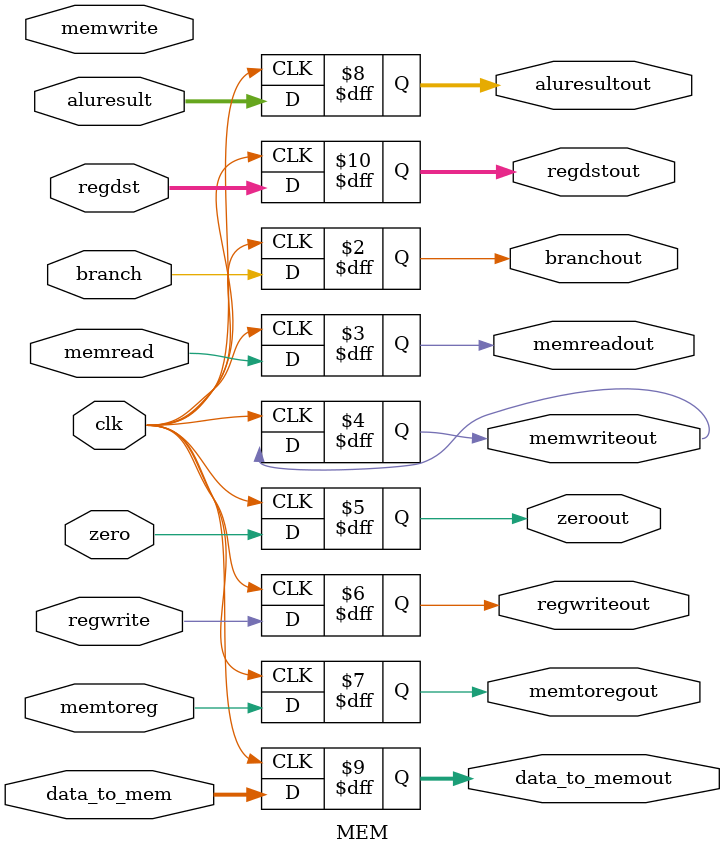
<source format=v>
`timescale 1ns / 1ps


module MEM(
    input clk,
    input branch, memread,memwrite,zero,regwrite,memtoreg,
    input [15:0] aluresult,
    input [15:0] data_to_mem,
    input [3:0] regdst,
    output reg branchout, memreadout,memwriteout,zeroout,regwriteout,memtoregout,
    output reg[15:0] aluresultout,
    output reg [15:0] data_to_memout,
    output reg [3:0] regdstout    
    );
 
    always@(posedge clk) begin
     branchout <= branch;
     memreadout <= memread;
     memwriteout <= memwriteout;
     zeroout <= zero;
     regwriteout <= regwrite;
     memtoregout <= memtoreg;
     aluresultout <= aluresult;
     data_to_memout <= data_to_mem;
     regdstout <= regdst;
     
    end 
    
endmodule
</source>
